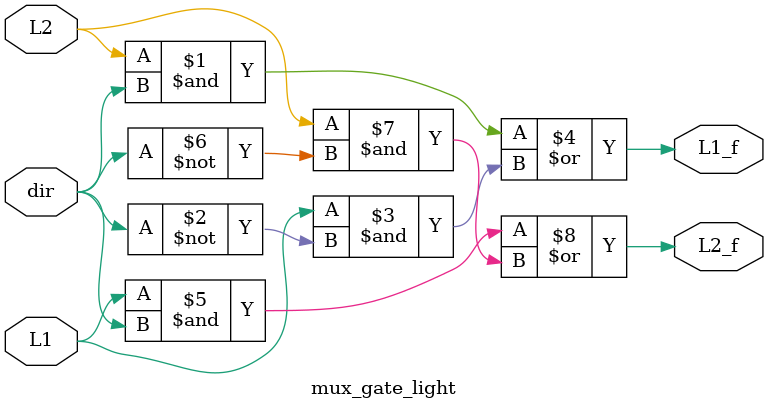
<source format=sv>
module DE1_SoC (CLOCK_50, HEX0, HEX1, HEX2, HEX3, HEX4, HEX5, KEY, LEDR, SW);
	input  CLOCK_50; // 50MHz clock.
	input  [3:0] KEY; // True when not pressed, False when pressed
	input  [9:0] SW;
	output  [6:0] HEX0, HEX1, HEX2, HEX3, HEX4, HEX5;
	output  [9:0] LEDR;
   
   assign HEX0 = 7'b1111111;
	assign HEX1 = 7'b1111111;
	assign HEX2 = 7'b1111111;
	assign HEX3 = 7'b1111111;
   assign HEX4 = 7'b1111111;
	assign HEX5 = 7'b1111111;
//   assign LEDR[5] = Sw[5];
      
	 
	// Clock divider
	// tBase[0] == 50MHz
	// tBase[1] == 25MHz
	// tBase[2] == 12.5MHz
	reg [25:0] tBase;
	always@(posedge CLOCK_50) tBase <= tBase + 1'b1;
	
//  arr_sw   SW0 -- arr_li   LEDR0
//  dep_sw   SW1 -- dep_li   LEDR1
//  gate1_sw Sw2 -- gate1_li LEDR2  
//  gate2_sw Sw3 -- gate2_li LEDR3
//  w_up    KEY1
//  w_down  KEY2
//  reset   KEY0

//	controlMain main (.clk(tBase[22]), .reset(~KEY[0]), 
//							.arr_sw(SW[0]), .dep_sw(SW[1]), .gate1_sw(SW[2]), .gate2_sw(SW[3]),
//                     .w_up(~KEY[1]), .w_down(~KEY[2]), 
//							.arr_li(LEDR[0]), .dep_li(LEDR[1]), .gate1_li(LEDR[2]), .gate2_li(LEDR[3]),
//                     .occupied(LEDR[6]), .water_high(LEDR[9]), .water_low(LEDR[8]));

	logic G1, G2, G1_f, G2_f, dir;
   assign dir = SW[5];
	mux_gate mg (.G1(SW[2]), .G2(SW[3]), .dir, .G1_f, .G2_f);

	logic L1, L2, L1_f, L2_f;
	mux_gate_light mgl (.L1, .L2, .dir, .L1_f(LEDR[2]), .L2_f(LEDR[3]));
   


	controlMain main (.clk(tBase[21]), .reset(~KEY[0]), 
							.arr_sw(SW[0]), .dep_sw(SW[1]), .gate1_sw(G1_f), .gate2_sw(G2_f), .dir,
                     .w_up(~KEY[1]), .w_down(~KEY[2]), 
							.arr_li(LEDR[0]), .dep_li(LEDR[1]), .gate1_li(L1_f), .gate2_li(L2_f), 
                     .occupied(LEDR[6]), .water_high(LEDR[9]), .water_low(LEDR[8]));		
						
endmodule

// if SW5 == 1, ship is going from region 3 to 1
// flip up arrival sw, arrival light turns on 

module mux_gate (G1, G2, dir, G1_f, G2_f);
	input logic G1, G2, dir;
	output logic G1_f, G2_f;
	assign G1_f = (G2 & dir) | (G1 & ~dir);
	assign G2_f = (G1 & dir) | (G2 & ~dir);
endmodule

module mux_gate_light (L1, L2, dir, L1_f, L2_f);
	input logic L1, L2, dir;
	output logic L1_f, L2_f;
	assign L1_f = (L2 & dir) | (L1 & ~dir);
	assign L2_f = (L1 & dir) | (L2 & ~dir);
endmodule



//module mux_gate_li(out, i0, i1, sel);
//	input logic i0, i1, sel;
//	output logic out;
//	assign out = (i1 & sel) | (i0 & ~sel);
//endmodule

//module DE1_SoC_testbench ();
//	logic [6:0] HEX0, HEX1, HEX2, HEX3, HEX4, HEX5;
//	logic [9:0] LEDR;
//	logic [3:0] KEY;
//	logic [9:0] SW;
//   logic clk;
//	DE1_SoC dut (.HEX0, .HEX1, .HEX2, .HEX3, .HEX4, .HEX5, .KEY, .LEDR,
//	.SW, .CLOCK_50);
//
//	parameter CLOCK_PERIOD=100;
//	initial begin
//		CLOCK_50 <= 0;
//		forever #(CLOCK_PERIOD/2) CLOCK_50 <= ~CLOCK_50;
//	end
//   integer i;
//   initial begin
//                                             @(posedge CLOCK_50);
//      KEY[0] <= 1;                           @(posedge CLOCK_50);
//      KEY[0] <= 0;                           @(posedge CLOCK_50);
//                   SW[0] <= 1;                @(posedge CLOCK_50);
//                                             @(posedge CLOCK_50);
//                                             @(posedge CLOCK_50);
//		KEY[1] <= 0;                           @(posedge CLOCK_50);
//	  for (i = 0; i < 8; i++) begin
//         @(posedge CLOCK_50);
//      end
//					SW[2] <= 1;                    @(posedge CLOCK_50);
//                                             @(posedge CLOCK_50);
//                                             @(posedge CLOCK_50);
//                                             @(posedge CLOCK_50);
//                                             @(posedge CLOCK_50);
//                                             @(posedge CLOCK_50);
//                                             @(posedge CLOCK_50);
//                                             @(posedge CLOCK_50);
//                                             @(posedge CLOCK_50);
//
//
////      $stop;
//   end
//endmodule

</source>
